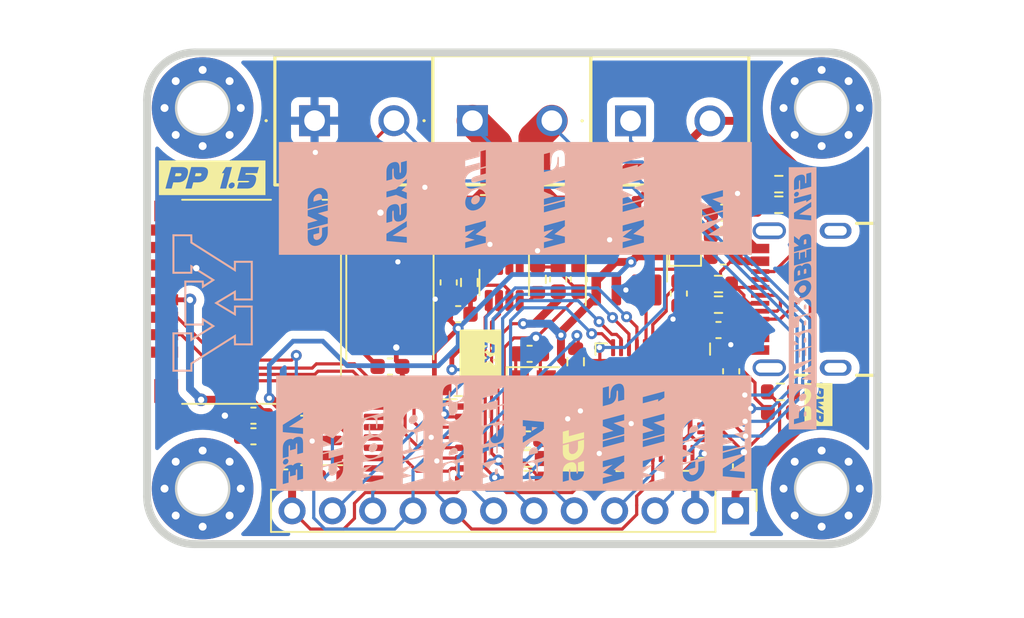
<source format=kicad_pcb>
(kicad_pcb (version 20211014) (generator pcbnew)

  (general
    (thickness 1.6)
  )

  (paper "A4")
  (layers
    (0 "F.Cu" signal)
    (31 "B.Cu" signal)
    (32 "B.Adhes" user "B.Adhesive")
    (33 "F.Adhes" user "F.Adhesive")
    (34 "B.Paste" user)
    (35 "F.Paste" user)
    (36 "B.SilkS" user "B.Silkscreen")
    (37 "F.SilkS" user "F.Silkscreen")
    (38 "B.Mask" user)
    (39 "F.Mask" user)
    (40 "Dwgs.User" user "User.Drawings")
    (41 "Cmts.User" user "User.Comments")
    (42 "Eco1.User" user "User.Eco1")
    (43 "Eco2.User" user "User.Eco2")
    (44 "Edge.Cuts" user)
    (45 "Margin" user)
    (46 "B.CrtYd" user "B.Courtyard")
    (47 "F.CrtYd" user "F.Courtyard")
    (48 "B.Fab" user)
    (49 "F.Fab" user)
    (50 "User.1" user)
    (51 "User.2" user)
    (52 "User.3" user)
    (53 "User.4" user)
    (54 "User.5" user)
    (55 "User.6" user)
    (56 "User.7" user)
    (57 "User.8" user)
    (58 "User.9" user)
  )

  (setup
    (stackup
      (layer "F.SilkS" (type "Top Silk Screen"))
      (layer "F.Paste" (type "Top Solder Paste"))
      (layer "F.Mask" (type "Top Solder Mask") (thickness 0.01))
      (layer "F.Cu" (type "copper") (thickness 0.035))
      (layer "dielectric 1" (type "core") (thickness 1.51) (material "FR4") (epsilon_r 4.5) (loss_tangent 0.02))
      (layer "B.Cu" (type "copper") (thickness 0.035))
      (layer "B.Mask" (type "Bottom Solder Mask") (thickness 0.01))
      (layer "B.Paste" (type "Bottom Solder Paste"))
      (layer "B.SilkS" (type "Bottom Silk Screen"))
      (copper_finish "None")
      (dielectric_constraints no)
    )
    (pad_to_mask_clearance 0)
    (pcbplotparams
      (layerselection 0x00010fc_ffffffff)
      (disableapertmacros false)
      (usegerberextensions false)
      (usegerberattributes true)
      (usegerberadvancedattributes true)
      (creategerberjobfile true)
      (svguseinch false)
      (svgprecision 6)
      (excludeedgelayer true)
      (plotframeref false)
      (viasonmask false)
      (mode 1)
      (useauxorigin false)
      (hpglpennumber 1)
      (hpglpenspeed 20)
      (hpglpendiameter 15.000000)
      (dxfpolygonmode true)
      (dxfimperialunits true)
      (dxfusepcbnewfont true)
      (psnegative false)
      (psa4output false)
      (plotreference true)
      (plotvalue true)
      (plotinvisibletext false)
      (sketchpadsonfab false)
      (subtractmaskfromsilk false)
      (outputformat 4)
      (mirror false)
      (drillshape 0)
      (scaleselection 1)
      (outputdirectory "")
    )
  )

  (net 0 "")
  (net 1 "Net-(C1-Pad1)")
  (net 2 "GND")
  (net 3 "Net-(C2-Pad1)")
  (net 4 "+3V3")
  (net 5 "Net-(C6-Pad2)")
  (net 6 "RESET")
  (net 7 "CLK")
  (net 8 "MOSI")
  (net 9 "MISO")
  (net 10 "unconnected-(IC1-Pad9)")
  (net 11 "+5V")
  (net 12 "+BATT")
  (net 13 "VBUS")
  (net 14 "TX_LED")
  (net 15 "Net-(D1-Pad2)")
  (net 16 "RX_LED")
  (net 17 "Net-(D2-Pad2)")
  (net 18 "Net-(D4-Pad2)")
  (net 19 "Net-(F1-Pad1)")
  (net 20 "D+")
  (net 21 "D-")
  (net 22 "unconnected-(IC1-Pad10)")
  (net 23 "unconnected-(IC2-Pad5)")
  (net 24 "unconnected-(J1-Pad1)")
  (net 25 "unconnected-(J1-Pad8)")
  (net 26 "3.3V_SD_CS")
  (net 27 "3.3V_MOSI")
  (net 28 "3.3V_CLK")
  (net 29 "unconnected-(J1-Pad9)")
  (net 30 "MotorInputThree")
  (net 31 "Net-(J6-PadA5)")
  (net 32 "unconnected-(J6-PadA8)")
  (net 33 "Net-(J6-PadB5)")
  (net 34 "unconnected-(IC1-Pad11)")
  (net 35 "unconnected-(IC1-Pad12)")
  (net 36 "unconnected-(IC1-Pad13)")
  (net 37 "unconnected-(IC1-Pad14)")
  (net 38 "unconnected-(IC1-Pad15)")
  (net 39 "unconnected-(IC1-Pad16)")
  (net 40 "unconnected-(IC2-Pad4)")
  (net 41 "unconnected-(PS1-Pad4)")
  (net 42 "unconnected-(J6-PadB8)")
  (net 43 "unconnected-(J6-PadS1)")
  (net 44 "unconnected-(J6-PadS2)")
  (net 45 "SD_CS")
  (net 46 "CarBatt")
  (net 47 "unconnected-(J6-PadS3)")
  (net 48 "unconnected-(U1-Pad32)")
  (net 49 "unconnected-(U1-Pad31)")
  (net 50 "unconnected-(U1-Pad30)")
  (net 51 "unconnected-(U1-Pad29)")
  (net 52 "unconnected-(U1-Pad27)")
  (net 53 "unconnected-(U1-Pad26)")
  (net 54 "unconnected-(U1-Pad25)")
  (net 55 "unconnected-(U1-Pad21)")
  (net 56 "unconnected-(U1-Pad20)")
  (net 57 "unconnected-(U1-Pad41)")
  (net 58 "unconnected-(U1-Pad40)")
  (net 59 "Net-(R4-Pad1)")
  (net 60 "unconnected-(J6-PadS4)")
  (net 61 "Net-(R2-Pad1)")
  (net 62 "Net-(R3-Pad1)")
  (net 63 "Net-(R12-Pad1)")
  (net 64 "Net-(R15-Pad1)")
  (net 65 "Net-(C3-Pad2)")
  (net 66 "unconnected-(U1-Pad1)")
  (net 67 "MotorInputOne")
  (net 68 "MotorInputTwo")
  (net 69 "SDA")
  (net 70 "SCL")
  (net 71 "unconnected-(D5-Pad2)")
  (net 72 "Net-(D5-Pad4)")
  (net 73 "NeoPixel")

  (footprint "Resistor_SMD:R_0603_1608Metric" (layer "F.Cu") (at 88.4 73.5))

  (footprint "Resistor_SMD:R_0603_1608Metric" (layer "F.Cu") (at 101.4 54.9))

  (footprint "Resistor_SMD:R_0603_1608Metric" (layer "F.Cu") (at 85.6 73.5 180))

  (footprint "MountingHole:MountingHole_3.2mm_M3_Pad_Via" (layer "F.Cu") (at 104.1 74.1))

  (footprint "MountingHole:MountingHole_3.2mm_M3_Pad_Via" (layer "F.Cu") (at 104.1 50.1))

  (footprint "Capacitor_SMD:C_0603_1608Metric" (layer "F.Cu") (at 81.2 63.1))

  (footprint "kibuzzard-642CDAA2" (layer "F.Cu") (at 65.7 54.5))

  (footprint "Capacitor_SMD:C_0603_1608Metric" (layer "F.Cu") (at 97.6 64.1))

  (footprint "Resistor_SMD:R_0603_1608Metric" (layer "F.Cu") (at 101.4 56.2 180))

  (footprint "Crystal:Crystal_SMD_3225-4Pin_3.2x2.5mm" (layer "F.Cu") (at 85.9 68.44 -90))

  (footprint "Capacitor_SMD:C_0603_1608Metric" (layer "F.Cu") (at 70.3 73.4 180))

  (footprint "Capacitor_SMD:C_0603_1608Metric" (layer "F.Cu") (at 68.3 69.5))

  (footprint "Capacitor_SMD:C_0603_1608Metric" (layer "F.Cu") (at 85.6 71 180))

  (footprint "Package_SO:TSSOP-16-1EP_4.4x5mm_P0.65mm_EP3x3mm" (layer "F.Cu") (at 78.9 71.2 180))

  (footprint "Package_TO_SOT_SMD:SOT-23-8" (layer "F.Cu") (at 84.1 61.1 -90))

  (footprint "MountingHole:MountingHole_3.2mm_M3_Pad_Via" (layer "F.Cu") (at 65.1 74.1))

  (footprint "Resistor_SMD:R_0603_1608Metric" (layer "F.Cu") (at 81.9 61.1 -90))

  (footprint "Package_TO_SOT_SMD:SOT-23-5" (layer "F.Cu") (at 72.1 71.061424 180))

  (footprint "Resistor_SMD:R_0603_1608Metric" (layer "F.Cu") (at 78.3 57.8))

  (footprint "Resistor_SMD:R_0603_1608Metric" (layer "F.Cu") (at 95.6 73.5))

  (footprint "Package_DFN_QFN:QFN-44-1EP_7x7mm_P0.5mm_EP5.2x5.2mm" (layer "F.Cu") (at 93.46 68.55 -90))

  (footprint "Resistor_SMD:R_0603_1608Metric" (layer "F.Cu") (at 97.6 61.2))

  (footprint "Connector_PinHeader_2.54mm:PinHeader_1x12_P2.54mm_Vertical" (layer "F.Cu") (at 98.675 75.5 -90))

  (footprint "kibuzzard-63FD119E" (layer "F.Cu") (at 103.9 68.8 -90))

  (footprint "Connector_Card:microSD_HC_Hirose_DM3D-SF" (layer "F.Cu") (at 68.03 62.32 -90))

  (footprint "Capacitor_SMD:C_0603_1608Metric" (layer "F.Cu") (at 98 72.7 -90))

  (footprint "Capacitor_SMD:C_0603_1608Metric" (layer "F.Cu") (at 95.1 61.8 90))

  (footprint "KiCad:Terminal_Block" (layer "F.Cu") (at 92.06 50.91))

  (footprint "Capacitor_SMD:C_0603_1608Metric" (layer "F.Cu") (at 91.3 73.5 180))

  (footprint "kibuzzard-63F8F3C2" (layer "F.Cu") (at 88.6 70.8 -90))

  (footprint "Capacitor_SMD:C_0603_1608Metric" (layer "F.Cu") (at 85.7 65.6))

  (footprint "LED_SMD:LED_WS2812B_PLCC4_5.0x5.0mm_P3.2mm" (layer "F.Cu") (at 76.9 62.3 90))

  (footprint "kibuzzard-63F8F2BE" (layer "F.Cu") (at 82.6 65.6 -90))

  (footprint "MountingHole:MountingHole_3.2mm_M3_Pad_Via" (layer "F.Cu") (at 65.1 50.1))

  (footprint "LED_SMD:LED_0603_1608Metric" (layer "F.Cu") (at 101.5 69.3))

  (footprint "Resistor_SMD:R_0603_1608Metric" (layer "F.Cu") (at 81.2 67.74))

  (footprint "Capacitor_SMD:C_0603_1608Metric" (layer "F.Cu") (at 68.3 70.8))

  (footprint "Resistor_SMD:R_0603_1608Metric" (layer "F.Cu") (at 97.6 62.5))

  (footprint "Resistor_SMD:R_0603_1608Metric" (layer "F.Cu") (at 75.5 57.8))

  (footprint "USB4105-GF-A:GCT_USB4105-GF-A" (layer "F.Cu") (at 104.980489 62.1625 90))

  (footprint "Diode_SMD:D_SOD-123" (layer "F.Cu") (at 95.5 57.8 90))

  (footprint "Capacitor_SMD:C_0603_1608Metric" (layer "F.Cu") (at 73.2 73.4 180))

  (footprint "Resistor_SMD:R_2512_6332Metric" (layer "F.Cu") (at 84.8 57.3 180))

  (footprint "LED_SMD:LED_0603_1608Metric" (layer "F.Cu") (at 82 65.6125 -90))

  (footprint "Capacitor_SMD:C_0603_1608Metric" (layer "F.Cu") (at 87.5 60.9 90))

  (footprint "Resistor_SMD:R_0603_1608Metric" (layer "F.Cu") (at 86.2 60.9 90))

  (footprint "Fuse:Fuse_0603_1608Metric" (layer "F.Cu") (at 97.9 59.4625 180))

  (footprint "Resistor_SMD:R_0603_1608Metric" (layer "F.Cu") (at 88.6 66.1 90))

  (footprint "Capacitor_SMD:C_0603_1608Metric" (layer "F.Cu") (at 97.9 58.1))

  (footprint "Package_SO:SOIC-8_3.9x4.9mm_P1.27mm" (layer "F.Cu") (at 91.8 59.1 90))

  (footprint "LED_SMD:LED_0603_1608Metric" (layer "F.Cu") (at 88.5 71.5875 -90))

  (footprint "Resistor_SMD:R_0603_1608Metric" (layer "F.Cu") (at 101.5 68))

  (footprint "KiCad:Terminal_Block" (layer "F.Cu")
    (tedit 0) (tstamp d6b65d59-0a0e-47ef-88e5-b73474d2cbab)
    (at 72.15 50.9)
    (descr "5441537-3")
    (tags "Connector")
    (property "Sheetfile" "Senior_Design.kicad_sch")
    (property "Sheetname" "")
    (path "/5d5af778-0d19-4e53-8937-8c6caa9ba936")
    (attr through_hole)
    (fp_text reference "J4" (at 2.475 -0.025) (layer "F.SilkS") hide
      (effects (font (size 1.27 1.27) (thickness 0.254)))
      (tstamp 3a9cf34e-4cf2-4917-be0b-271f0c08017d)
    )
    (fp_text value "Conn_01x02_Female" (at 2.475 -0.025) (layer "F.SilkS") hide
      (effects (font (size 1.27 1.27) (thickness 0.254)))
      (tstamp 2fe62ce8-0543-4c53-b748-cdb29f334ddc)
    )
    (fp_text user "${REFERENCE}" (at 2.475 -0.025) (layer "F.Fab")
      (effects (font (size 1.27 1.27) (thickness 0.254)))
      (tstamp cd059b45-7e50-4fb1-a8c4-555d982a6a7a)
    )
    (fp_line (start -3 0) (end -3 0) (layer "F.SilkS") (width 0.1) (tstamp 05c8149a-85a7-4cbc-b6a7-58dffd2cf159))
    (fp_line (start 7.45 -4.1) (end -2.525 -4.1) (layer "F.SilkS") (width 0.2) (tstamp 1a3330f6-aa3a-4d91-877a-7fd42d495484))
    (fp_line (start -2.5 -4.1) (end -2.5 4.05) (layer "F.SilkS") (width 0.2) (tstamp 50dfaa8e-84a2-4082-9510-7d3af7bf62ca))
    (fp_line (start -3.1 0) (end -3.1 0) (layer "F.SilkS") (width 0.1) (tstamp ac85a60f-5cfb-4c45-b6a8-d36b0366fd4e))
    (fp_line (start -2.5 4.05) (end 7.45 4.05) (layer "F.SilkS") (width 0.2) (tstamp b7e339ce-24b8-46bd-8432-9ff5fa35e78e))
    (fp_line (start 7.45 4.05) (end 7.45 -4.1) (layer "F.SilkS") (width 0.2) (tstamp f3fd1288-64c4-4191-889e-126f61401173))
    (fp_arc (start -3.1 0) (mid -3.05 -0.05) (end -3 0) (layer "F.SilkS") (width 0.1) (tstamp 22f0ff1d-ddbc-4244-b7e1-58f0a7b58904))
    (fp_arc (start -3 0) (mid -3.05 0.05) (end -3.1 0) (laye
... [271651 chars truncated]
</source>
